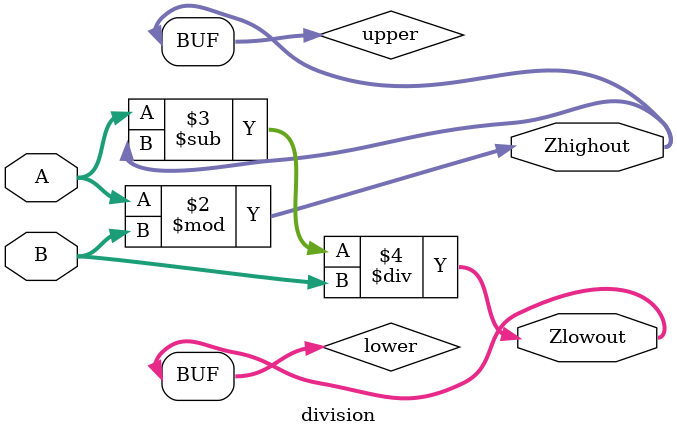
<source format=v>
module division(input signed [31:0] A, B, output reg [31:0] Zlowout, Zhighout);
	reg [31:0] upper, lower;
	always @ (*)
	begin
		upper = A % B;
		lower = (A - upper) / B;
		begin
			Zlowout = lower;
			Zhighout = upper;
			//result = {upper, lower};
		end
	end
				
endmodule 
</source>
